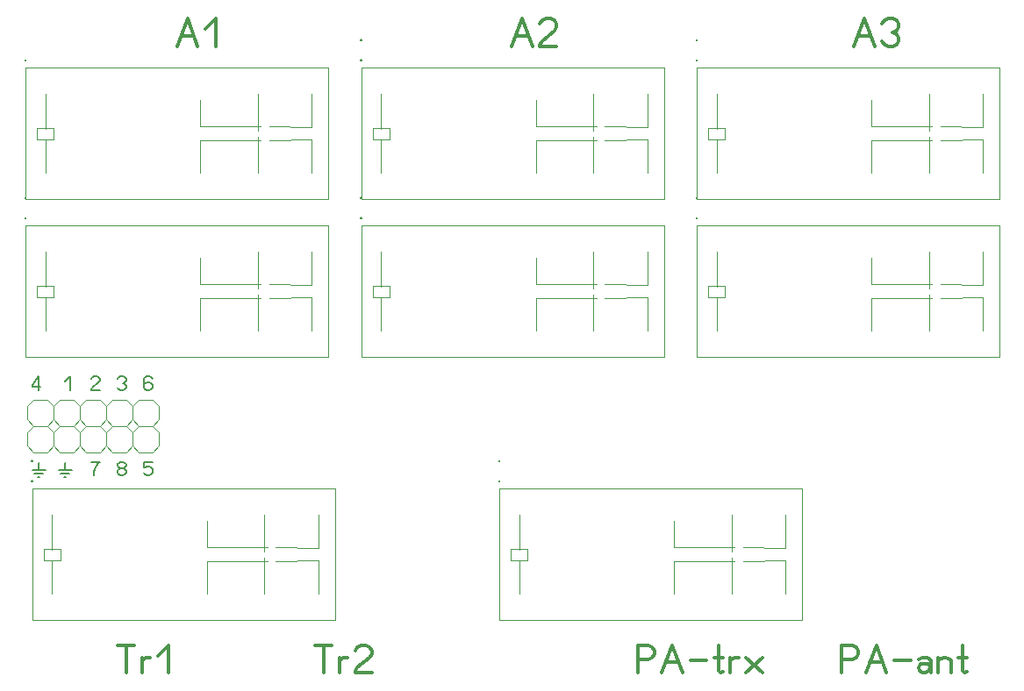
<source format=gbr>
%FSLAX34Y34*%
%MOMM*%
%LNSILK_TOP*%
G71*
G01*
%ADD10C, 0.100*%
%ADD11C, 0.144*%
%ADD12C, 0.333*%
%ADD13C, 0.167*%
%ADD14C, 0.000*%
%ADD15C, 0.200*%
%LPD*%
G54D10*
X679450Y-158751D02*
X679450Y-126951D01*
G54D10*
X679450Y-82451D02*
X679450Y-115851D01*
G54D10*
X671550Y-115751D02*
X687350Y-115751D01*
X687350Y-126751D01*
X671550Y-126751D01*
X671550Y-115751D01*
G54D10*
X936650Y-82351D02*
X936650Y-114151D01*
X895350Y-114051D01*
G54D10*
X936650Y-158551D02*
X936650Y-126751D01*
X895350Y-126851D01*
G54D10*
X887450Y-114051D02*
X828750Y-114051D01*
X828750Y-88651D01*
G54D10*
X887450Y-126851D02*
X828750Y-126851D01*
X828750Y-158551D01*
G54D10*
X660450Y-57151D02*
X952550Y-57151D01*
X952550Y-184151D01*
X660450Y-184151D01*
X660450Y-57151D01*
G54D10*
X884250Y-158751D02*
X884250Y-123851D01*
G54D10*
X884250Y-117551D02*
X884250Y-82551D01*
G54D11*
X660643Y-30650D02*
X659950Y-30650D01*
X659950Y-30072D01*
X660643Y-30072D01*
X660643Y-30650D01*
X659950Y-30650D01*
G54D11*
X660643Y-50150D02*
X659950Y-50150D01*
X659950Y-49572D01*
X660643Y-49572D01*
X660643Y-50150D01*
X659950Y-50150D01*
G54D10*
X31750Y-311151D02*
X31750Y-279351D01*
G54D10*
X31750Y-234851D02*
X31750Y-268251D01*
G54D10*
X23850Y-268151D02*
X39650Y-268151D01*
X39650Y-279151D01*
X23850Y-279151D01*
X23850Y-268151D01*
G54D10*
X288950Y-234751D02*
X288950Y-266551D01*
X247650Y-266451D01*
G54D10*
X288950Y-310951D02*
X288950Y-279151D01*
X247650Y-279251D01*
G54D10*
X239750Y-266451D02*
X181050Y-266451D01*
X181050Y-241051D01*
G54D10*
X239750Y-279251D02*
X181050Y-279251D01*
X181050Y-310951D01*
G54D10*
X12750Y-209551D02*
X304850Y-209551D01*
X304850Y-336551D01*
X12750Y-336551D01*
X12750Y-209551D01*
G54D10*
X236550Y-311151D02*
X236550Y-276251D01*
G54D10*
X236550Y-269951D02*
X236550Y-234951D01*
G54D11*
X12944Y-183051D02*
X12250Y-183051D01*
X12250Y-182474D01*
X12944Y-182474D01*
X12944Y-183051D01*
X12250Y-183051D01*
G54D11*
X12944Y-202551D02*
X12250Y-202551D01*
X12250Y-201973D01*
X12944Y-201973D01*
X12944Y-202551D01*
X12250Y-202551D01*
G54D10*
X31750Y-158751D02*
X31750Y-126951D01*
G54D10*
X31750Y-82451D02*
X31750Y-115851D01*
G54D10*
X23850Y-115751D02*
X39650Y-115751D01*
X39650Y-126751D01*
X23850Y-126751D01*
X23850Y-115751D01*
G54D10*
X288950Y-82351D02*
X288950Y-114151D01*
X247650Y-114051D01*
G54D10*
X288950Y-158551D02*
X288950Y-126751D01*
X247650Y-126851D01*
G54D10*
X239750Y-114051D02*
X181050Y-114051D01*
X181050Y-88651D01*
G54D10*
X239750Y-126851D02*
X181050Y-126851D01*
X181050Y-158551D01*
G54D10*
X12750Y-57151D02*
X304850Y-57151D01*
X304850Y-184151D01*
X12750Y-184151D01*
X12750Y-57151D01*
G54D10*
X236550Y-158751D02*
X236550Y-123851D01*
G54D10*
X236550Y-117551D02*
X236550Y-82551D01*
G54D11*
X12943Y-50151D02*
X12250Y-50151D01*
X12250Y-49573D01*
X12943Y-49573D01*
X12943Y-50151D01*
X12250Y-50151D01*
G54D10*
X355600Y-158751D02*
X355600Y-126951D01*
G54D10*
X355600Y-82451D02*
X355600Y-115851D01*
G54D10*
X347700Y-115751D02*
X363500Y-115751D01*
X363500Y-126751D01*
X347700Y-126751D01*
X347700Y-115751D01*
G54D10*
X612800Y-82351D02*
X612800Y-114151D01*
X571500Y-114051D01*
G54D10*
X612800Y-158551D02*
X612800Y-126751D01*
X571500Y-126851D01*
G54D10*
X563600Y-114051D02*
X504900Y-114051D01*
X504900Y-88651D01*
G54D10*
X563600Y-126851D02*
X504900Y-126851D01*
X504900Y-158551D01*
G54D10*
X336600Y-57151D02*
X628700Y-57151D01*
X628700Y-184151D01*
X336600Y-184151D01*
X336600Y-57151D01*
G54D10*
X560400Y-158751D02*
X560400Y-123851D01*
G54D10*
X560400Y-117551D02*
X560400Y-82551D01*
G54D11*
X336793Y-30650D02*
X336100Y-30650D01*
X336100Y-30072D01*
X336793Y-30072D01*
X336793Y-30650D01*
X336100Y-30650D01*
G54D11*
X336793Y-50150D02*
X336100Y-50150D01*
X336100Y-49572D01*
X336793Y-49572D01*
X336793Y-50150D01*
X336100Y-50150D01*
G54D10*
X355601Y-311152D02*
X355601Y-279352D01*
G54D10*
X355601Y-234852D02*
X355601Y-268252D01*
G54D10*
X347701Y-268152D02*
X363501Y-268152D01*
X363501Y-279152D01*
X347701Y-279152D01*
X347701Y-268152D01*
G54D10*
X612801Y-234752D02*
X612801Y-266552D01*
X571501Y-266452D01*
G54D10*
X612801Y-310952D02*
X612801Y-279152D01*
X571501Y-279252D01*
G54D10*
X563601Y-266452D02*
X504901Y-266452D01*
X504901Y-241052D01*
G54D10*
X563601Y-279252D02*
X504901Y-279252D01*
X504901Y-310952D01*
G54D10*
X336601Y-209552D02*
X628701Y-209552D01*
X628701Y-336552D01*
X336601Y-336551D01*
X336601Y-209552D01*
G54D10*
X560401Y-311152D02*
X560401Y-276251D01*
G54D10*
X560401Y-269952D02*
X560401Y-234952D01*
G54D11*
X336794Y-183052D02*
X336101Y-183052D01*
X336101Y-182474D01*
X336794Y-182474D01*
X336794Y-183052D01*
X336101Y-183052D01*
G54D11*
X336794Y-202551D02*
X336101Y-202551D01*
X336101Y-201973D01*
X336794Y-201973D01*
X336794Y-202551D01*
X336101Y-202551D01*
G54D10*
X679450Y-311151D02*
X679450Y-279351D01*
G54D10*
X679450Y-234851D02*
X679450Y-268251D01*
G54D10*
X671550Y-268151D02*
X687350Y-268151D01*
X687350Y-279151D01*
X671550Y-279151D01*
X671550Y-268151D01*
G54D10*
X936650Y-234751D02*
X936650Y-266551D01*
X895350Y-266451D01*
G54D10*
X936650Y-310951D02*
X936650Y-279151D01*
X895350Y-279251D01*
G54D10*
X887450Y-266451D02*
X828750Y-266451D01*
X828750Y-241051D01*
G54D10*
X887450Y-279251D02*
X828750Y-279251D01*
X828750Y-310951D01*
G54D10*
X660450Y-209551D02*
X952550Y-209551D01*
X952550Y-336551D01*
X660450Y-336551D01*
X660450Y-209551D01*
G54D10*
X884250Y-311151D02*
X884250Y-276251D01*
G54D10*
X884250Y-269951D02*
X884250Y-234951D01*
G54D11*
X660644Y-183051D02*
X659950Y-183051D01*
X659950Y-182474D01*
X660644Y-182474D01*
X660644Y-183051D01*
X659950Y-183051D01*
G54D11*
X660644Y-202551D02*
X659950Y-202551D01*
X659950Y-201973D01*
X660644Y-201973D01*
X660644Y-202551D01*
X659950Y-202551D01*
G54D10*
X488950Y-565152D02*
X488950Y-533352D01*
G54D10*
X488950Y-488852D02*
X488950Y-522252D01*
G54D10*
X481050Y-522152D02*
X496850Y-522152D01*
X496850Y-533152D01*
X481050Y-533152D01*
X481050Y-522152D01*
G54D10*
X746150Y-488752D02*
X746150Y-520552D01*
X704850Y-520452D01*
G54D10*
X746150Y-564952D02*
X746150Y-533152D01*
X704850Y-533252D01*
G54D10*
X696950Y-520452D02*
X638250Y-520452D01*
X638250Y-495052D01*
G54D10*
X696950Y-533252D02*
X638250Y-533252D01*
X638250Y-564952D01*
G54D10*
X469950Y-463552D02*
X762050Y-463552D01*
X762050Y-590552D01*
X469950Y-590552D01*
X469950Y-463552D01*
G54D10*
X693750Y-565152D02*
X693750Y-530252D01*
G54D10*
X693750Y-523952D02*
X693750Y-488952D01*
G54D11*
X470143Y-437052D02*
X469450Y-437052D01*
X469450Y-436474D01*
X470143Y-436474D01*
X470143Y-437052D01*
X469450Y-437052D01*
G54D11*
X470143Y-456552D02*
X469450Y-456552D01*
X469450Y-455974D01*
X470143Y-455974D01*
X470143Y-456552D01*
X469450Y-456552D01*
G54D10*
X38100Y-565151D02*
X38100Y-533351D01*
G54D10*
X38100Y-488851D02*
X38100Y-522251D01*
G54D10*
X30200Y-522151D02*
X46000Y-522151D01*
X46000Y-533151D01*
X30200Y-533151D01*
X30200Y-522151D01*
G54D10*
X295300Y-488751D02*
X295300Y-520551D01*
X254000Y-520451D01*
G54D10*
X295300Y-564951D02*
X295300Y-533151D01*
X254000Y-533251D01*
G54D10*
X246100Y-520451D02*
X187400Y-520451D01*
X187400Y-495051D01*
G54D10*
X246100Y-533251D02*
X187400Y-533251D01*
X187400Y-564951D01*
G54D10*
X19100Y-463551D02*
X311200Y-463551D01*
X311200Y-590551D01*
X19100Y-590551D01*
X19100Y-463551D01*
G54D10*
X242900Y-565151D02*
X242900Y-530251D01*
G54D10*
X242900Y-523951D02*
X242900Y-488951D01*
G54D11*
X19294Y-437051D02*
X18600Y-437051D01*
X18600Y-436474D01*
X19294Y-436474D01*
X19294Y-437051D01*
X18600Y-437051D01*
G54D11*
X19294Y-456551D02*
X18600Y-456551D01*
X18600Y-455973D01*
X19294Y-455973D01*
X19294Y-456551D01*
X18600Y-456551D01*
G54D10*
X141192Y-383698D02*
X134892Y-377398D01*
X122092Y-377398D01*
X115792Y-383698D01*
X115792Y-396498D01*
X122092Y-402798D01*
X134892Y-402798D01*
X141192Y-396498D01*
X141192Y-383698D01*
G54D10*
X141192Y-409098D02*
X134892Y-402798D01*
X122092Y-402798D01*
X115792Y-409098D01*
X115792Y-421898D01*
X122092Y-428198D01*
X134892Y-428198D01*
X141192Y-421898D01*
X141192Y-409098D01*
G54D10*
X115792Y-383698D02*
X109492Y-377398D01*
X96692Y-377398D01*
X90392Y-383698D01*
X90392Y-396498D01*
X96692Y-402798D01*
X109492Y-402798D01*
X115792Y-396498D01*
X115792Y-383698D01*
G54D10*
X115792Y-409098D02*
X109492Y-402798D01*
X96692Y-402798D01*
X90392Y-409098D01*
X90392Y-421898D01*
X96692Y-428198D01*
X109492Y-428198D01*
X115792Y-421898D01*
X115792Y-409098D01*
G54D10*
X90392Y-383698D02*
X84092Y-377398D01*
X71292Y-377398D01*
X64992Y-383698D01*
X64992Y-396498D01*
X71292Y-402798D01*
X84092Y-402798D01*
X90392Y-396498D01*
X90392Y-383698D01*
G54D10*
X90392Y-409098D02*
X84092Y-402798D01*
X71292Y-402798D01*
X64992Y-409098D01*
X64992Y-421898D01*
X71292Y-428198D01*
X84092Y-428198D01*
X90392Y-421898D01*
X90392Y-409098D01*
G54D10*
X64992Y-383698D02*
X58692Y-377398D01*
X45892Y-377398D01*
X39592Y-383698D01*
X39592Y-396498D01*
X45892Y-402798D01*
X58692Y-402798D01*
X64992Y-396498D01*
X64992Y-383698D01*
G54D10*
X64992Y-409098D02*
X58692Y-402798D01*
X45892Y-402798D01*
X39592Y-409098D01*
X39592Y-421898D01*
X45892Y-428198D01*
X58692Y-428198D01*
X64992Y-421898D01*
X64992Y-409098D01*
G54D10*
X39592Y-383698D02*
X33292Y-377398D01*
X20492Y-377398D01*
X14192Y-383698D01*
X14192Y-396498D01*
X20492Y-402798D01*
X33292Y-402798D01*
X39592Y-396498D01*
X39592Y-383698D01*
G54D10*
X39592Y-409098D02*
X33292Y-402798D01*
X20492Y-402798D01*
X14192Y-409098D01*
X14192Y-421898D01*
X20492Y-428198D01*
X33292Y-428198D01*
X39592Y-421898D01*
X39592Y-409098D01*
G54D12*
X481710Y-36194D02*
X491710Y-9528D01*
X501710Y-36194D01*
G54D12*
X485710Y-26194D02*
X497710Y-26194D01*
G54D12*
X525044Y-36194D02*
X509044Y-36194D01*
X509044Y-34528D01*
X511044Y-31194D01*
X523044Y-21194D01*
X525044Y-17861D01*
X525044Y-14528D01*
X523044Y-11194D01*
X519044Y-9528D01*
X515044Y-9528D01*
X511044Y-11194D01*
X509044Y-14528D01*
G54D12*
X158860Y-36194D02*
X168860Y-9528D01*
X178860Y-36194D01*
G54D12*
X162860Y-26194D02*
X174860Y-26194D01*
G54D12*
X186194Y-19528D02*
X196194Y-9528D01*
X196194Y-36194D01*
G54D12*
X811910Y-36194D02*
X821910Y-9528D01*
X831910Y-36194D01*
G54D12*
X815910Y-26194D02*
X827910Y-26194D01*
G54D12*
X839244Y-14528D02*
X841244Y-11194D01*
X845244Y-9528D01*
X849244Y-9528D01*
X853244Y-11194D01*
X855244Y-14528D01*
X855244Y-17861D01*
X853244Y-21194D01*
X849244Y-22861D01*
X853244Y-24528D01*
X855244Y-27861D01*
X855244Y-31194D01*
X853244Y-34528D01*
X849244Y-36194D01*
X845244Y-36194D01*
X841244Y-34528D01*
X839244Y-31194D01*
G54D12*
X109600Y-641350D02*
X109600Y-614683D01*
G54D12*
X101600Y-614683D02*
X117600Y-614683D01*
G54D12*
X124933Y-641350D02*
X124933Y-626350D01*
G54D12*
X124933Y-629683D02*
X128933Y-626350D01*
X132933Y-626350D01*
G54D12*
X140266Y-624683D02*
X150266Y-614683D01*
X150266Y-641350D01*
G54D12*
X300100Y-641350D02*
X300100Y-614683D01*
G54D12*
X292100Y-614683D02*
X308100Y-614683D01*
G54D12*
X315433Y-641350D02*
X315433Y-626350D01*
G54D12*
X315433Y-629683D02*
X319433Y-626350D01*
X323433Y-626350D01*
G54D12*
X346766Y-641350D02*
X330766Y-641350D01*
X330766Y-639683D01*
X332766Y-636350D01*
X344766Y-626350D01*
X346766Y-623017D01*
X346766Y-619683D01*
X344766Y-616350D01*
X340766Y-614683D01*
X336766Y-614683D01*
X332766Y-616350D01*
X330766Y-619683D01*
G54D12*
X603250Y-641350D02*
X603250Y-614683D01*
X613250Y-614683D01*
X617250Y-616350D01*
X619250Y-619683D01*
X619250Y-623017D01*
X617250Y-626350D01*
X613250Y-628017D01*
X603250Y-628017D01*
G54D12*
X626583Y-641350D02*
X636583Y-614683D01*
X646583Y-641350D01*
G54D12*
X630583Y-631350D02*
X642583Y-631350D01*
G54D12*
X653916Y-629683D02*
X669916Y-629683D01*
G54D12*
X681249Y-614683D02*
X681249Y-639683D01*
X683249Y-641350D01*
X685249Y-640683D01*
G54D12*
X677249Y-626350D02*
X685249Y-626350D01*
G54D12*
X692582Y-641350D02*
X692582Y-626350D01*
G54D12*
X692582Y-629683D02*
X696582Y-626350D01*
X700582Y-626350D01*
G54D12*
X707915Y-626350D02*
X723915Y-641350D01*
G54D12*
X707915Y-641350D02*
X723915Y-626350D01*
G54D12*
X800100Y-641350D02*
X800100Y-614683D01*
X810100Y-614683D01*
X814100Y-616350D01*
X816100Y-619683D01*
X816100Y-623017D01*
X814100Y-626350D01*
X810100Y-628017D01*
X800100Y-628017D01*
G54D12*
X823433Y-641350D02*
X833433Y-614683D01*
X843433Y-641350D01*
G54D12*
X827433Y-631350D02*
X839433Y-631350D01*
G54D12*
X850766Y-629683D02*
X866766Y-629683D01*
G54D12*
X874099Y-628017D02*
X878099Y-626350D01*
X882899Y-626350D01*
X886099Y-629683D01*
X886099Y-641350D01*
G54D12*
X886099Y-636350D02*
X884099Y-633017D01*
X880099Y-632350D01*
X876099Y-633017D01*
X874099Y-636350D01*
X874899Y-639683D01*
X878099Y-641350D01*
X880099Y-641350D01*
X880899Y-641350D01*
X884099Y-639683D01*
X886099Y-636350D01*
G54D12*
X893432Y-641350D02*
X893432Y-626350D01*
G54D12*
X893432Y-629683D02*
X895432Y-627350D01*
X899432Y-626350D01*
X903432Y-627350D01*
X905432Y-629683D01*
X905432Y-641350D01*
G54D12*
X916765Y-614683D02*
X916765Y-639683D01*
X918765Y-641350D01*
X920765Y-640683D01*
G54D12*
X912765Y-626350D02*
X920765Y-626350D01*
G54D13*
X50800Y-359967D02*
X55800Y-354967D01*
X55800Y-368300D01*
G54D13*
X84200Y-368300D02*
X76200Y-368300D01*
X76200Y-367467D01*
X77200Y-365800D01*
X83200Y-360800D01*
X84200Y-359133D01*
X84200Y-357467D01*
X83200Y-355800D01*
X81200Y-354967D01*
X79200Y-354967D01*
X77200Y-355800D01*
X76200Y-357467D01*
G54D13*
X101600Y-357467D02*
X102600Y-355800D01*
X104600Y-354967D01*
X106600Y-354967D01*
X108600Y-355800D01*
X109600Y-357467D01*
X109600Y-359133D01*
X108600Y-360800D01*
X106600Y-361633D01*
X108600Y-362467D01*
X109600Y-364133D01*
X109600Y-365800D01*
X108600Y-367467D01*
X106600Y-368300D01*
X104600Y-368300D01*
X102600Y-367467D01*
X101600Y-365800D01*
G54D13*
X25050Y-368300D02*
X25050Y-354967D01*
X19050Y-363300D01*
X19050Y-364967D01*
X27050Y-364967D01*
G54D13*
X135000Y-437517D02*
X127000Y-437517D01*
X127000Y-443350D01*
X128000Y-443350D01*
X130000Y-442517D01*
X132000Y-442517D01*
X134000Y-443350D01*
X135000Y-445017D01*
X135000Y-448350D01*
X134000Y-450017D01*
X132000Y-450850D01*
X130000Y-450850D01*
X128000Y-450017D01*
X127000Y-448350D01*
G54D13*
X135000Y-357467D02*
X134000Y-355800D01*
X132000Y-354967D01*
X130000Y-354967D01*
X128000Y-355800D01*
X127000Y-357467D01*
X127000Y-361633D01*
X127000Y-362467D01*
X130000Y-360800D01*
X132000Y-360800D01*
X134000Y-361633D01*
X135000Y-363300D01*
X135000Y-365800D01*
X134000Y-367467D01*
X132000Y-368300D01*
X130000Y-368300D01*
X128000Y-367467D01*
X127000Y-365800D01*
X127000Y-361633D01*
G54D13*
X76200Y-437517D02*
X84200Y-437517D01*
X83200Y-439183D01*
X81200Y-441683D01*
X79200Y-445017D01*
X78200Y-447517D01*
X78200Y-450850D01*
G54D13*
X106600Y-444183D02*
X104600Y-444183D01*
X102600Y-443350D01*
X101600Y-441683D01*
X101600Y-440017D01*
X102600Y-438350D01*
X104600Y-437517D01*
X106600Y-437517D01*
X108600Y-438350D01*
X109600Y-440017D01*
X109600Y-441683D01*
X108600Y-443350D01*
X106600Y-444183D01*
X108600Y-445017D01*
X109600Y-446683D01*
X109600Y-448350D01*
X108600Y-450017D01*
X106600Y-450850D01*
X104600Y-450850D01*
X102600Y-450017D01*
X101600Y-448350D01*
X101600Y-446683D01*
X102600Y-445017D01*
X104600Y-444183D01*
G54D14*
X25400Y-444500D02*
X25400Y-444500D01*
G54D14*
X25600Y-438200D02*
X25600Y-438200D01*
G54D14*
X25600Y-445200D02*
X25600Y-445200D01*
G54D15*
X19300Y-445200D02*
X25600Y-445200D01*
G54D15*
X25600Y-445200D02*
X31900Y-445200D01*
G54D15*
X25600Y-438900D02*
X25600Y-445200D01*
G54D15*
X21300Y-448900D02*
X29300Y-448900D01*
G54D15*
X24500Y-452400D02*
X26500Y-452400D01*
G54D14*
X50800Y-444500D02*
X50800Y-444500D01*
G54D14*
X51000Y-438200D02*
X51000Y-438200D01*
G54D14*
X51000Y-445200D02*
X51000Y-445200D01*
G54D15*
X44700Y-445200D02*
X51000Y-445200D01*
G54D15*
X51000Y-445200D02*
X57300Y-445200D01*
G54D15*
X51000Y-438900D02*
X51000Y-445200D01*
G54D15*
X46700Y-448900D02*
X54700Y-448900D01*
G54D15*
X49900Y-452400D02*
X51900Y-452400D01*
M02*

</source>
